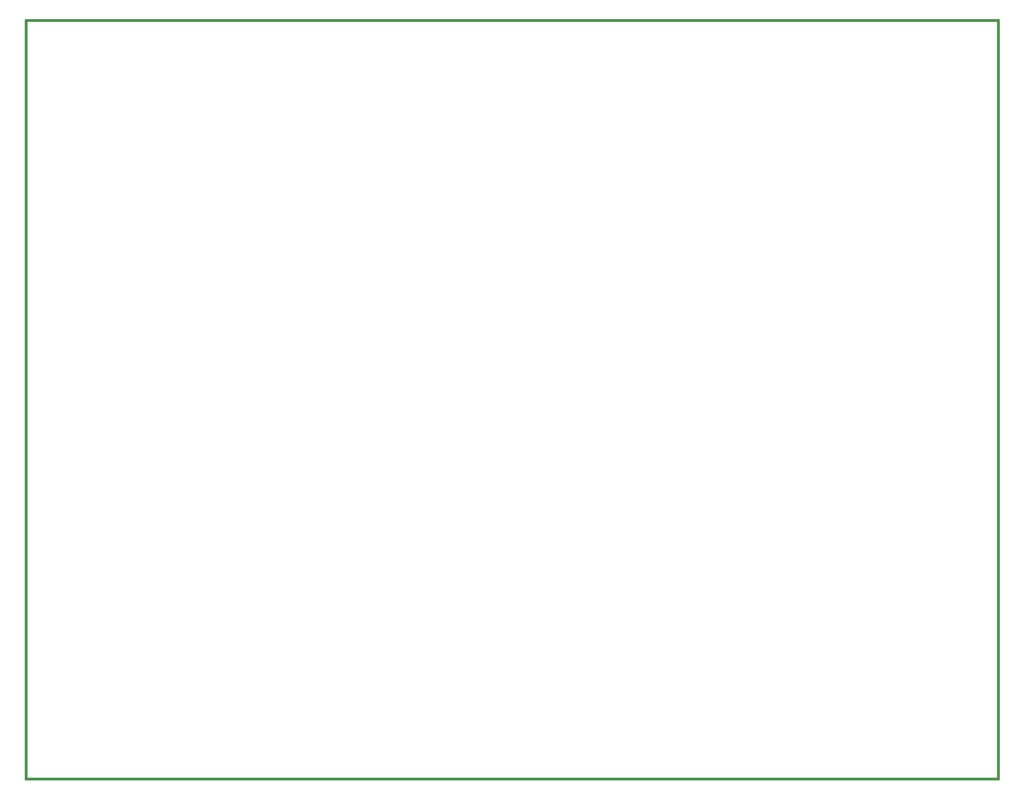
<source format=gbr>
G04 (created by PCBNEW-RS274X (2011-11-27 BZR 3249)-stable) date 27/04/2012 12:24:42 PM*
G01*
G70*
G90*
%MOIN*%
G04 Gerber Fmt 3.4, Leading zero omitted, Abs format*
%FSLAX34Y34*%
G04 APERTURE LIST*
%ADD10C,0.006000*%
%ADD11C,0.015000*%
G04 APERTURE END LIST*
G54D10*
G54D11*
X62650Y-50000D02*
X05000Y-50000D01*
X62650Y-05000D02*
X05000Y-05000D01*
X62650Y-50000D02*
X62650Y-05000D01*
X05000Y-05000D02*
X05000Y-50000D01*
M02*

</source>
